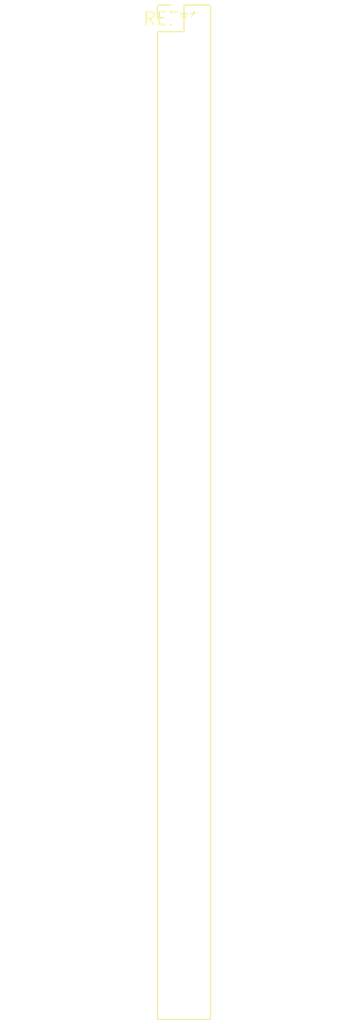
<source format=kicad_pcb>
(kicad_pcb (version 20240108) (generator pcbnew)
  (layers (0 "F.Cu" signal) (31 "B.Cu" signal) (34 "B.Paste" user) (35 "F.Paste" user) (36 "B.SilkS" user "B.Silkscreen") (37 "F.SilkS" user "F.Silkscreen") (38 "B.Mask" user) (39 "F.Mask" user) (44 "Edge.Cuts" user))
  (net 0 "")
  (footprint "PinHeader_2x39_P2.54mm_Vertical" (layer "F.Cu") (at 0 0)
    (property "Reference" "REF**")
    (property "Value" "PinHeader_2x39_P2.54mm_Vertical")
    (fp_line (start -1.33 -1.33) (end 0 -1.33) (layer "F.SilkS") (stroke (width 0.12)))
    (fp_line (start -1.33 0) (end -1.33 -1.33) (layer "F.SilkS") (stroke (width 0.12)))
    (fp_line (start -1.33 1.27) (end -1.33 97.85) (layer "F.SilkS") (stroke (width 0.12)))
    (fp_line (start -1.33 1.27) (end 1.27 1.27) (layer "F.SilkS") (stroke (width 0.12)))
    (fp_line (start -1.33 97.85) (end 3.87 97.85) (layer "F.SilkS") (stroke (width 0.12)))
    (fp_line (start 1.27 -1.33) (end 3.87 -1.33) (layer "F.SilkS") (stroke (width 0.12)))
    (fp_line (start 1.27 1.27) (end 1.27 -1.33) (layer "F.SilkS") (stroke (width 0.12)))
    (fp_line (start 3.87 -1.33) (end 3.87 97.85) (layer "F.SilkS") (stroke (width 0.12)))
    (pad "1" thru_hole rect (at 0 0) (size 1.7 1.7) (drill 1) (layers *.Cu *.Mask) (remove_unused_layers))
    (pad "2" thru_hole oval (at 2.54 0) (size 1.7 1.7) (drill 1) (layers *.Cu *.Mask) (remove_unused_layers))
    (pad "3" thru_hole oval (at 0 2.54) (size 1.7 1.7) (drill 1) (layers *.Cu *.Mask) (remove_unused_layers))
    (pad "4" thru_hole oval (at 2.54 2.54) (size 1.7 1.7) (drill 1) (layers *.Cu *.Mask) (remove_unused_layers))
    (pad "5" thru_hole oval (at 0 5.08) (size 1.7 1.7) (drill 1) (layers *.Cu *.Mask) (remove_unused_layers))
    (pad "6" thru_hole oval (at 2.54 5.08) (size 1.7 1.7) (drill 1) (layers *.Cu *.Mask) (remove_unused_layers))
    (pad "7" thru_hole oval (at 0 7.62) (size 1.7 1.7) (drill 1) (layers *.Cu *.Mask) (remove_unused_layers))
    (pad "8" thru_hole oval (at 2.54 7.62) (size 1.7 1.7) (drill 1) (layers *.Cu *.Mask) (remove_unused_layers))
    (pad "9" thru_hole oval (at 0 10.16) (size 1.7 1.7) (drill 1) (layers *.Cu *.Mask) (remove_unused_layers))
    (pad "10" thru_hole oval (at 2.54 10.16) (size 1.7 1.7) (drill 1) (layers *.Cu *.Mask) (remove_unused_layers))
    (pad "11" thru_hole oval (at 0 12.7) (size 1.7 1.7) (drill 1) (layers *.Cu *.Mask) (remove_unused_layers))
    (pad "12" thru_hole oval (at 2.54 12.7) (size 1.7 1.7) (drill 1) (layers *.Cu *.Mask) (remove_unused_layers))
    (pad "13" thru_hole oval (at 0 15.24) (size 1.7 1.7) (drill 1) (layers *.Cu *.Mask) (remove_unused_layers))
    (pad "14" thru_hole oval (at 2.54 15.24) (size 1.7 1.7) (drill 1) (layers *.Cu *.Mask) (remove_unused_layers))
    (pad "15" thru_hole oval (at 0 17.78) (size 1.7 1.7) (drill 1) (layers *.Cu *.Mask) (remove_unused_layers))
    (pad "16" thru_hole oval (at 2.54 17.78) (size 1.7 1.7) (drill 1) (layers *.Cu *.Mask) (remove_unused_layers))
    (pad "17" thru_hole oval (at 0 20.32) (size 1.7 1.7) (drill 1) (layers *.Cu *.Mask) (remove_unused_layers))
    (pad "18" thru_hole oval (at 2.54 20.32) (size 1.7 1.7) (drill 1) (layers *.Cu *.Mask) (remove_unused_layers))
    (pad "19" thru_hole oval (at 0 22.86) (size 1.7 1.7) (drill 1) (layers *.Cu *.Mask) (remove_unused_layers))
    (pad "20" thru_hole oval (at 2.54 22.86) (size 1.7 1.7) (drill 1) (layers *.Cu *.Mask) (remove_unused_layers))
    (pad "21" thru_hole oval (at 0 25.4) (size 1.7 1.7) (drill 1) (layers *.Cu *.Mask) (remove_unused_layers))
    (pad "22" thru_hole oval (at 2.54 25.4) (size 1.7 1.7) (drill 1) (layers *.Cu *.Mask) (remove_unused_layers))
    (pad "23" thru_hole oval (at 0 27.94) (size 1.7 1.7) (drill 1) (layers *.Cu *.Mask) (remove_unused_layers))
    (pad "24" thru_hole oval (at 2.54 27.94) (size 1.7 1.7) (drill 1) (layers *.Cu *.Mask) (remove_unused_layers))
    (pad "25" thru_hole oval (at 0 30.48) (size 1.7 1.7) (drill 1) (layers *.Cu *.Mask) (remove_unused_layers))
    (pad "26" thru_hole oval (at 2.54 30.48) (size 1.7 1.7) (drill 1) (layers *.Cu *.Mask) (remove_unused_layers))
    (pad "27" thru_hole oval (at 0 33.02) (size 1.7 1.7) (drill 1) (layers *.Cu *.Mask) (remove_unused_layers))
    (pad "28" thru_hole oval (at 2.54 33.02) (size 1.7 1.7) (drill 1) (layers *.Cu *.Mask) (remove_unused_layers))
    (pad "29" thru_hole oval (at 0 35.56) (size 1.7 1.7) (drill 1) (layers *.Cu *.Mask) (remove_unused_layers))
    (pad "30" thru_hole oval (at 2.54 35.56) (size 1.7 1.7) (drill 1) (layers *.Cu *.Mask) (remove_unused_layers))
    (pad "31" thru_hole oval (at 0 38.1) (size 1.7 1.7) (drill 1) (layers *.Cu *.Mask) (remove_unused_layers))
    (pad "32" thru_hole oval (at 2.54 38.1) (size 1.7 1.7) (drill 1) (layers *.Cu *.Mask) (remove_unused_layers))
    (pad "33" thru_hole oval (at 0 40.64) (size 1.7 1.7) (drill 1) (layers *.Cu *.Mask) (remove_unused_layers))
    (pad "34" thru_hole oval (at 2.54 40.64) (size 1.7 1.7) (drill 1) (layers *.Cu *.Mask) (remove_unused_layers))
    (pad "35" thru_hole oval (at 0 43.18) (size 1.7 1.7) (drill 1) (layers *.Cu *.Mask) (remove_unused_layers))
    (pad "36" thru_hole oval (at 2.54 43.18) (size 1.7 1.7) (drill 1) (layers *.Cu *.Mask) (remove_unused_layers))
    (pad "37" thru_hole oval (at 0 45.72) (size 1.7 1.7) (drill 1) (layers *.Cu *.Mask) (remove_unused_layers))
    (pad "38" thru_hole oval (at 2.54 45.72) (size 1.7 1.7) (drill 1) (layers *.Cu *.Mask) (remove_unused_layers))
    (pad "39" thru_hole oval (at 0 48.26) (size 1.7 1.7) (drill 1) (layers *.Cu *.Mask) (remove_unused_layers))
    (pad "40" thru_hole oval (at 2.54 48.26) (size 1.7 1.7) (drill 1) (layers *.Cu *.Mask) (remove_unused_layers))
    (pad "41" thru_hole oval (at 0 50.8) (size 1.7 1.7) (drill 1) (layers *.Cu *.Mask) (remove_unused_layers))
    (pad "42" thru_hole oval (at 2.54 50.8) (size 1.7 1.7) (drill 1) (layers *.Cu *.Mask) (remove_unused_layers))
    (pad "43" thru_hole oval (at 0 53.34) (size 1.7 1.7) (drill 1) (layers *.Cu *.Mask) (remove_unused_layers))
    (pad "44" thru_hole oval (at 2.54 53.34) (size 1.7 1.7) (drill 1) (layers *.Cu *.Mask) (remove_unused_layers))
    (pad "45" thru_hole oval (at 0 55.88) (size 1.7 1.7) (drill 1) (layers *.Cu *.Mask) (remove_unused_layers))
    (pad "46" thru_hole oval (at 2.54 55.88) (size 1.7 1.7) (drill 1) (layers *.Cu *.Mask) (remove_unused_layers))
    (pad "47" thru_hole oval (at 0 58.42) (size 1.7 1.7) (drill 1) (layers *.Cu *.Mask) (remove_unused_layers))
    (pad "48" thru_hole oval (at 2.54 58.42) (size 1.7 1.7) (drill 1) (layers *.Cu *.Mask) (remove_unused_layers))
    (pad "49" thru_hole oval (at 0 60.96) (size 1.7 1.7) (drill 1) (layers *.Cu *.Mask) (remove_unused_layers))
    (pad "50" thru_hole oval (at 2.54 60.96) (size 1.7 1.7) (drill 1) (layers *.Cu *.Mask) (remove_unused_layers))
    (pad "51" thru_hole oval (at 0 63.5) (size 1.7 1.7) (drill 1) (layers *.Cu *.Mask) (remove_unused_layers))
    (pad "52" thru_hole oval (at 2.54 63.5) (size 1.7 1.7) (drill 1) (layers *.Cu *.Mask) (remove_unused_layers))
    (pad "53" thru_hole oval (at 0 66.04) (size 1.7 1.7) (drill 1) (layers *.Cu *.Mask) (remove_unused_layers))
    (pad "54" thru_hole oval (at 2.54 66.04) (size 1.7 1.7) (drill 1) (layers *.Cu *.Mask) (remove_unused_layers))
    (pad "55" thru_hole oval (at 0 68.58) (size 1.7 1.7) (drill 1) (layers *.Cu *.Mask) (remove_unused_layers))
    (pad "56" thru_hole oval (at 2.54 68.58) (size 1.7 1.7) (drill 1) (layers *.Cu *.Mask) (remove_unused_layers))
    (pad "57" thru_hole oval (at 0 71.12) (size 1.7 1.7) (drill 1) (layers *.Cu *.Mask) (remove_unused_layers))
    (pad "58" thru_hole oval (at 2.54 71.12) (size 1.7 1.7) (drill 1) (layers *.Cu *.Mask) (remove_unused_layers))
    (pad "59" thru_hole oval (at 0 73.66) (size 1.7 1.7) (drill 1) (layers *.Cu *.Mask) (remove_unused_layers))
    (pad "60" thru_hole oval (at 2.54 73.66) (size 1.7 1.7) (drill 1) (layers *.Cu *.Mask) (remove_unused_layers))
    (pad "61" thru_hole oval (at 0 76.2) (size 1.7 1.7) (drill 1) (layers *.Cu *.Mask) (remove_unused_layers))
    (pad "62" thru_hole oval (at 2.54 76.2) (size 1.7 1.7) (drill 1) (layers *.Cu *.Mask) (remove_unused_layers))
    (pad "63" thru_hole oval (at 0 78.74) (size 1.7 1.7) (drill 1) (layers *.Cu *.Mask) (remove_unused_layers))
    (pad "64" thru_hole oval (at 2.54 78.74) (size 1.7 1.7) (drill 1) (layers *.Cu *.Mask) (remove_unused_layers))
    (pad "65" thru_hole oval (at 0 81.28) (size 1.7 1.7) (drill 1) (layers *.Cu *.Mask) (remove_unused_layers))
    (pad "66" thru_hole oval (at 2.54 81.28) (size 1.7 1.7) (drill 1) (layers *.Cu *.Mask) (remove_unused_layers))
    (pad "67" thru_hole oval (at 0 83.82) (size 1.7 1.7) (drill 1) (layers *.Cu *.Mask) (remove_unused_layers))
    (pad "68" thru_hole oval (at 2.54 83.82) (size 1.7 1.7) (drill 1) (layers *.Cu *.Mask) (remove_unused_layers))
    (pad "69" thru_hole oval (at 0 86.36) (size 1.7 1.7) (drill 1) (layers *.Cu *.Mask) (remove_unused_layers))
    (pad "70" thru_hole oval (at 2.54 86.36) (size 1.7 1.7) (drill 1) (layers *.Cu *.Mask) (remove_unused_layers))
    (pad "71" thru_hole oval (at 0 88.9) (size 1.7 1.7) (drill 1) (layers *.Cu *.Mask) (remove_unused_layers))
    (pad "72" thru_hole oval (at 2.54 88.9) (size 1.7 1.7) (drill 1) (layers *.Cu *.Mask) (remove_unused_layers))
    (pad "73" thru_hole oval (at 0 91.44) (size 1.7 1.7) (drill 1) (layers *.Cu *.Mask) (remove_unused_layers))
    (pad "74" thru_hole oval (at 2.54 91.44) (size 1.7 1.7) (drill 1) (layers *.Cu *.Mask) (remove_unused_layers))
    (pad "75" thru_hole oval (at 0 93.98) (size 1.7 1.7) (drill 1) (layers *.Cu *.Mask) (remove_unused_layers))
    (pad "76" thru_hole oval (at 2.54 93.98) (size 1.7 1.7) (drill 1) (layers *.Cu *.Mask) (remove_unused_layers))
    (pad "77" thru_hole oval (at 0 96.52) (size 1.7 1.7) (drill 1) (layers *.Cu *.Mask) (remove_unused_layers))
    (pad "78" thru_hole oval (at 2.54 96.52) (size 1.7 1.7) (drill 1) (layers *.Cu *.Mask) (remove_unused_layers))
  )
)
</source>
